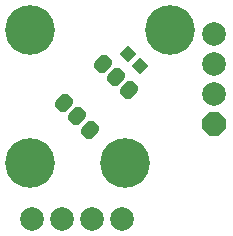
<source format=gbs>
G04 Layer_Color=16711935*
%FSLAX44Y44*%
%MOMM*%
G71*
G01*
G75*
G04:AMPARAMS|DCode=17|XSize=1.5032mm|YSize=1.2032mm|CornerRadius=0.3516mm|HoleSize=0mm|Usage=FLASHONLY|Rotation=45.000|XOffset=0mm|YOffset=0mm|HoleType=Round|Shape=RoundedRectangle|*
%AMROUNDEDRECTD17*
21,1,1.5032,0.5000,0,0,45.0*
21,1,0.8000,1.2032,0,0,45.0*
1,1,0.7032,0.4596,0.1061*
1,1,0.7032,-0.1061,-0.4596*
1,1,0.7032,-0.4596,-0.1061*
1,1,0.7032,0.1061,0.4596*
%
%ADD17ROUNDEDRECTD17*%
%ADD18P,1.4894X4X90.0*%
%ADD19C,4.2032*%
%ADD20C,2.0032*%
%ADD21P,2.1683X8X112.5*%
D17*
X999520Y786496D02*
D03*
X988383Y797633D02*
D03*
X977246Y808770D02*
D03*
X1010480Y842004D02*
D03*
X1021617Y830867D02*
D03*
X1032754Y819730D02*
D03*
D18*
X1041450Y840300D02*
D03*
X1031550Y850200D02*
D03*
D19*
X1028902Y758180D02*
D03*
X948902D02*
D03*
Y870780D02*
D03*
X1066902D02*
D03*
D20*
X1026160Y711200D02*
D03*
X949960D02*
D03*
X975360D02*
D03*
X1000760D02*
D03*
X1104750Y816550D02*
D03*
Y841950D02*
D03*
Y867350D02*
D03*
D21*
Y791150D02*
D03*
M02*

</source>
